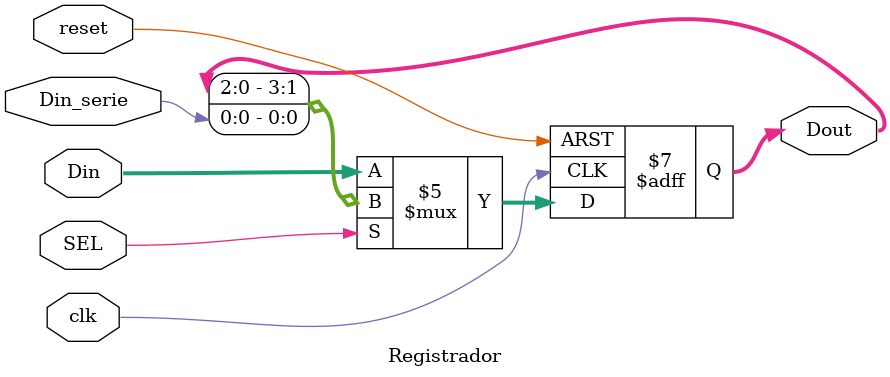
<source format=sv>
parameter NBITS = 4;
module Registrador(
  input logic clk, reset, Din_serie, SEL, 
  input logic [NBITS-1:0] Din,
  output logic [NBITS-1:0] Dout
);
  
  always_ff @(posedge clk or posedge reset) begin
    if (reset == 1)
      Dout <= 0;
    else begin
      if (SEL == 0)
        Dout <= Din;
      else
        Dout <= {Dout, Din_serie};
    end
  end
endmodule
</source>
